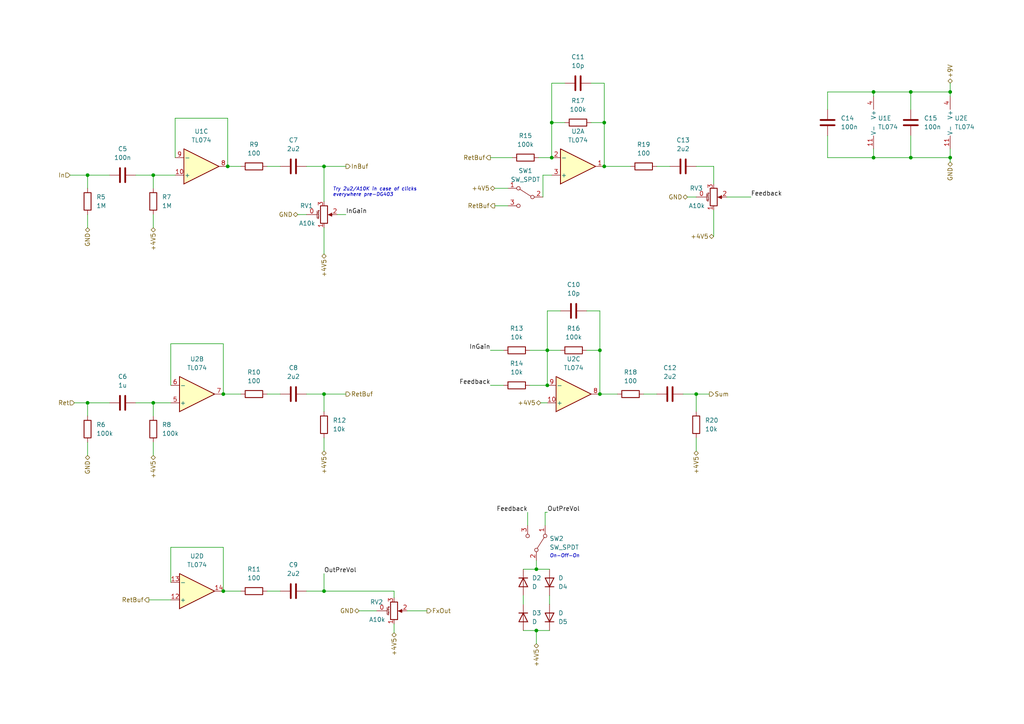
<source format=kicad_sch>
(kicad_sch (version 20211123) (generator eeschema)
  (paper "A4")
  (title_block (title "Read/Repeat") (date "2025-01-24") (rev "v1rev1") (company "Pedal Markt / Andrei Salomatin"))
  (lib_symbols
    (symbol "Amplifier_Operational:TL074" (pin_names (offset 0.127))
      (property "Reference" "U" (at 0 5.08 0))
      (property "Value" "TL074" (at 0 -5.08 0))
      (symbol "TL074_1_1"
        (polyline (pts (xy -5.08 5.08) (xy 5.08 0) (xy -5.08 -5.08) (xy -5.08 5.08)) (stroke (width 0.254)) (fill (type background)))
        (pin output line (at 7.62 0 180) (length 2.54) (name "~") (number "1"))
        (pin input line (at -7.62 -2.54 0) (length 2.54) (name "-") (number "2"))
        (pin input line (at -7.62 2.54 0) (length 2.54) (name "+") (number "3"))
      )
      (symbol "TL074_2_1"
        (polyline (pts (xy -5.08 5.08) (xy 5.08 0) (xy -5.08 -5.08) (xy -5.08 5.08)) (stroke (width 0.254)) (fill (type background)))
        (pin input line (at -7.62 2.54 0) (length 2.54) (name "+") (number "5"))
        (pin input line (at -7.62 -2.54 0) (length 2.54) (name "-") (number "6"))
        (pin output line (at 7.62 0 180) (length 2.54) (name "~") (number "7"))
      )
      (symbol "TL074_3_1"
        (polyline (pts (xy -5.08 5.08) (xy 5.08 0) (xy -5.08 -5.08) (xy -5.08 5.08)) (stroke (width 0.254)) (fill (type background)))
        (pin input line (at -7.62 2.54 0) (length 2.54) (name "+") (number "10"))
        (pin output line (at 7.62 0 180) (length 2.54) (name "~") (number "8"))
        (pin input line (at -7.62 -2.54 0) (length 2.54) (name "-") (number "9"))
      )
      (symbol "TL074_4_1"
        (polyline (pts (xy -5.08 5.08) (xy 5.08 0) (xy -5.08 -5.08) (xy -5.08 5.08)) (stroke (width 0.254)) (fill (type background)))
        (pin input line (at -7.62 2.54 0) (length 2.54) (name "+") (number "12"))
        (pin input line (at -7.62 -2.54 0) (length 2.54) (name "-") (number "13"))
        (pin output line (at 7.62 0 180) (length 2.54) (name "~") (number "14"))
      )
      (symbol "TL074_5_1"
        (pin power_in line (at -2.54 -7.62 90) (length 3.81) (name "V-") (number "11"))
        (pin power_in line (at -2.54 7.62 270) (length 3.81) (name "V+") (number "4"))
      )
    )
    (symbol "Device:C" (pin_numbers hide) (pin_names (offset 0.254))
      (property "Reference" "C" (at 0.635 2.54 0))
      (property "Value" "C" (at 0.635 -2.54 0))
      (symbol "C_0_1"
        (polyline (pts (xy -2.032 -0.762) (xy 2.032 -0.762)) (stroke (width 0.508)))
        (polyline (pts (xy -2.032 0.762) (xy 2.032 0.762)) (stroke (width 0.508)))
      )
      (symbol "C_1_1"
        (pin passive line (at 0 3.81 270) (length 2.794) (name "~") (number "1"))
        (pin passive line (at 0 -3.81 90) (length 2.794) (name "~") (number "2"))
      )
    )
    (symbol "Device:D" (pin_numbers hide) (pin_names (offset 1.016) hide)
      (property "Reference" "D" (at 0 2.54 0))
      (property "Value" "D" (at 0 -2.54 0))
      (symbol "D_0_1"
        (polyline (pts (xy -1.27 1.27) (xy -1.27 -1.27)) (stroke (width 0.254)))
        (polyline (pts (xy 1.27 0) (xy -1.27 0)))
        (polyline (pts (xy 1.27 1.27) (xy 1.27 -1.27) (xy -1.27 0) (xy 1.27 1.27)) (stroke (width 0.254)))
      )
      (symbol "D_1_1"
        (pin passive line (at -3.81 0 0) (length 2.54) (name "K") (number "1"))
        (pin passive line (at 3.81 0 180) (length 2.54) (name "A") (number "2"))
      )
    )
    (symbol "Device:R" (pin_numbers hide) (pin_names (offset 0))
      (property "Reference" "R" (at 2.032 0 90))
      (property "Value" "R" (at 0 0 90))
      (symbol "R_0_1"
        (rectangle (start -1.016 -2.54) (end 1.016 2.54) (stroke (width 0.254)))
      )
      (symbol "R_1_1"
        (pin passive line (at 0 3.81 270) (length 1.27) (name "~") (number "1"))
        (pin passive line (at 0 -3.81 90) (length 1.27) (name "~") (number "2"))
      )
    )
    (symbol "Pots:R_Potentiometer_Shield" (pin_names (offset 1.016) hide)
      (property "Reference" "RV" (at -8.255 0 90))
      (property "Value" "R_Potentiometer_Shield" (at -6.35 0 90))
      (symbol "R_Potentiometer_Shield_0_1"
        (polyline (pts (xy 2.54 0) (xy 1.524 0)))
        (polyline (pts (xy 1.143 0) (xy 2.286 0.508) (xy 2.286 -0.508)) (fill (type outline)))
        (rectangle (start 1.016 2.54) (end -1.016 -2.54) (stroke (width 0.254)))
      )
      (symbol "R_Potentiometer_Shield_1_1"
        (polyline (pts (xy -2.032 1.016) (xy -2.032 -1.016)) (stroke (width 0.1524)))
        (text "Mounting" (at -1.651 0 900) (effects (font (size 0.381 0.381))))
        (pin passive line (at -5.08 0 0) (length 3.048) (name "ShieldPin") (number "0"))
        (pin passive line (at 0 3.81 270) (length 1.27) (name "1") (number "1"))
        (pin passive line (at 3.81 0 180) (length 1.27) (name "2") (number "2"))
        (pin passive line (at 0 -3.81 90) (length 1.27) (name "3") (number "3"))
      )
    )
    (symbol "Switch:SW_SPDT" (pin_names (offset 0) hide)
      (property "Reference" "SW" (at 0 4.318 0))
      (property "Value" "SW_SPDT" (at 0 -5.08 0))
      (symbol "SW_SPDT_0_0"
        (circle (center -2.032 0) (radius 0.508))
        (circle (center 2.032 -2.54) (radius 0.508))
      )
      (symbol "SW_SPDT_0_1"
        (polyline (pts (xy -1.524 0.254) (xy 1.651 2.286)))
        (circle (center 2.032 2.54) (radius 0.508))
      )
      (symbol "SW_SPDT_1_1"
        (pin passive line (at 5.08 2.54 180) (length 2.54) (name "A") (number "1"))
        (pin passive line (at -5.08 0 0) (length 2.54) (name "B") (number "2"))
        (pin passive line (at 5.08 -2.54 180) (length 2.54) (name "C") (number "3"))
      )
    )
  )
  (junction (at 155.575 165.1))
  (junction (at 173.99 101.6))
  (junction (at 173.99 114.3))
  (junction (at 275.59 45.72))
  (junction (at 155.575 182.88))
  (junction (at 264.16 45.72))
  (junction (at 160.02 35.56))
  (junction (at 201.93 114.3))
  (junction (at 158.75 111.76))
  (junction (at 64.77 114.3))
  (junction (at 175.26 35.56))
  (junction (at 175.26 48.26))
  (junction (at 93.98 48.26))
  (junction (at 253.365 45.72))
  (junction (at 93.98 171.45))
  (junction (at 160.02 45.72))
  (junction (at 44.45 116.84))
  (junction (at 275.59 26.67))
  (junction (at 93.98 114.3))
  (junction (at 66.04 48.26))
  (junction (at 264.16 26.67))
  (junction (at 44.45 50.8))
  (junction (at 64.77 171.45))
  (junction (at 253.365 26.67))
  (junction (at 25.4 116.84))
  (junction (at 25.4 50.8))
  (junction (at 158.75 101.6))
  (wire (pts (xy 64.77 171.45) (xy 69.85 171.45)))
  (wire (pts (xy 44.45 50.8) (xy 44.45 54.61)))
  (wire (pts (xy 142.24 101.6) (xy 146.05 101.6)))
  (wire (pts (xy 210.82 57.15) (xy 217.805 57.15)))
  (wire (pts (xy 25.4 50.8) (xy 25.4 54.61)))
  (wire (pts (xy 50.8 45.72) (xy 50.8 34.29)))
  (wire (pts (xy 20.32 50.8) (xy 25.4 50.8)))
  (wire (pts (xy 275.59 26.67) (xy 275.59 27.94)))
  (wire (pts (xy 159.385 172.72) (xy 159.385 175.26)))
  (wire (pts (xy 264.16 26.67) (xy 264.16 31.75)))
  (wire (pts (xy 21.59 116.84) (xy 25.4 116.84)))
  (wire (pts (xy 157.48 57.15) (xy 157.48 50.8)))
  (wire (pts (xy 25.4 50.8) (xy 31.75 50.8)))
  (wire (pts (xy 88.9 114.3) (xy 93.98 114.3)))
  (wire (pts (xy 25.4 128.27) (xy 25.4 132.08)))
  (wire (pts (xy 39.37 116.84) (xy 44.45 116.84)))
  (wire (pts (xy 93.98 48.26) (xy 93.98 58.42)))
  (wire (pts (xy 64.77 158.75) (xy 64.77 171.45)))
  (wire (pts (xy 253.365 26.67) (xy 240.03 26.67)))
  (wire (pts (xy 264.16 39.37) (xy 264.16 45.72)))
  (wire (pts (xy 275.59 43.18) (xy 275.59 45.72)))
  (wire (pts (xy 199.39 57.15) (xy 201.93 57.15)))
  (wire (pts (xy 25.4 116.84) (xy 31.75 116.84)))
  (wire (pts (xy 93.98 66.04) (xy 93.98 73.66)))
  (wire (pts (xy 160.02 24.13) (xy 160.02 35.56)))
  (wire (pts (xy 142.24 111.76) (xy 146.05 111.76)))
  (wire (pts (xy 118.11 177.165) (xy 123.825 177.165)))
  (wire (pts (xy 156.845 116.84) (xy 158.75 116.84)))
  (wire (pts (xy 151.765 182.88) (xy 155.575 182.88)))
  (wire (pts (xy 44.45 128.27) (xy 44.45 132.08)))
  (wire (pts (xy 201.93 114.3) (xy 205.74 114.3)))
  (wire (pts (xy 190.5 48.26) (xy 194.31 48.26)))
  (wire (pts (xy 93.98 127) (xy 93.98 130.81)))
  (wire (pts (xy 153.67 101.6) (xy 158.75 101.6)))
  (wire (pts (xy 158.75 90.17) (xy 158.75 101.6)))
  (wire (pts (xy 93.98 114.3) (xy 100.33 114.3)))
  (wire (pts (xy 158.115 148.59) (xy 158.115 152.4)))
  (wire (pts (xy 158.75 111.76) (xy 158.75 101.6)))
  (wire (pts (xy 207.01 60.96) (xy 207.01 68.58)))
  (wire (pts (xy 173.99 114.3) (xy 179.07 114.3)))
  (wire (pts (xy 143.51 54.61) (xy 147.32 54.61)))
  (wire (pts (xy 207.01 48.26) (xy 207.01 53.34)))
  (wire (pts (xy 49.53 158.75) (xy 64.77 158.75)))
  (wire (pts (xy 44.45 62.23) (xy 44.45 66.04)))
  (wire (pts (xy 93.98 166.37) (xy 93.98 171.45)))
  (wire (pts (xy 49.53 99.695) (xy 64.77 99.695)))
  (wire (pts (xy 264.16 26.67) (xy 253.365 26.67)))
  (wire (pts (xy 88.9 171.45) (xy 93.98 171.45)))
  (wire (pts (xy 175.26 48.26) (xy 182.88 48.26)))
  (wire (pts (xy 198.12 114.3) (xy 201.93 114.3)))
  (wire (pts (xy 253.365 26.67) (xy 253.365 27.94)))
  (wire (pts (xy 170.18 90.17) (xy 173.99 90.17)))
  (wire (pts (xy 77.47 48.26) (xy 81.28 48.26)))
  (wire (pts (xy 104.14 177.165) (xy 109.22 177.165)))
  (wire (pts (xy 201.93 127) (xy 201.93 130.81)))
  (wire (pts (xy 86.36 62.23) (xy 88.9 62.23)))
  (wire (pts (xy 160.02 45.72) (xy 160.02 35.56)))
  (wire (pts (xy 160.02 35.56) (xy 163.83 35.56)))
  (wire (pts (xy 264.16 45.72) (xy 275.59 45.72)))
  (wire (pts (xy 114.3 180.975) (xy 114.3 183.515)))
  (wire (pts (xy 171.45 24.13) (xy 175.26 24.13)))
  (wire (pts (xy 158.75 148.59) (xy 158.115 148.59)))
  (wire (pts (xy 158.75 101.6) (xy 162.56 101.6)))
  (wire (pts (xy 175.26 24.13) (xy 175.26 35.56)))
  (wire (pts (xy 275.59 24.13) (xy 275.59 26.67)))
  (wire (pts (xy 173.99 101.6) (xy 173.99 114.3)))
  (wire (pts (xy 43.18 173.99) (xy 49.53 173.99)))
  (wire (pts (xy 163.83 24.13) (xy 160.02 24.13)))
  (wire (pts (xy 64.77 99.695) (xy 64.77 114.3)))
  (wire (pts (xy 50.8 34.29) (xy 66.04 34.29)))
  (wire (pts (xy 201.93 119.38) (xy 201.93 114.3)))
  (wire (pts (xy 155.575 162.56) (xy 155.575 165.1)))
  (wire (pts (xy 186.69 114.3) (xy 190.5 114.3)))
  (wire (pts (xy 253.365 43.18) (xy 253.365 45.72)))
  (wire (pts (xy 97.79 62.23) (xy 100.33 62.23)))
  (wire (pts (xy 157.48 50.8) (xy 160.02 50.8)))
  (wire (pts (xy 162.56 90.17) (xy 158.75 90.17)))
  (wire (pts (xy 64.77 114.3) (xy 69.85 114.3)))
  (wire (pts (xy 93.98 119.38) (xy 93.98 114.3)))
  (wire (pts (xy 25.4 62.23) (xy 25.4 66.04)))
  (wire (pts (xy 142.24 45.72) (xy 148.59 45.72)))
  (wire (pts (xy 143.51 59.69) (xy 147.32 59.69)))
  (wire (pts (xy 66.04 34.29) (xy 66.04 48.26)))
  (wire (pts (xy 155.575 182.88) (xy 159.385 182.88)))
  (wire (pts (xy 151.765 165.1) (xy 155.575 165.1)))
  (wire (pts (xy 240.03 39.37) (xy 240.03 45.72)))
  (wire (pts (xy 156.21 45.72) (xy 160.02 45.72)))
  (wire (pts (xy 275.59 26.67) (xy 264.16 26.67)))
  (wire (pts (xy 44.45 116.84) (xy 49.53 116.84)))
  (wire (pts (xy 39.37 50.8) (xy 44.45 50.8)))
  (wire (pts (xy 240.03 45.72) (xy 253.365 45.72)))
  (wire (pts (xy 93.98 171.45) (xy 114.3 171.45)))
  (wire (pts (xy 253.365 45.72) (xy 264.16 45.72)))
  (wire (pts (xy 77.47 114.3) (xy 81.28 114.3)))
  (wire (pts (xy 44.45 116.84) (xy 44.45 120.65)))
  (wire (pts (xy 240.03 26.67) (xy 240.03 31.75)))
  (wire (pts (xy 49.53 111.76) (xy 49.53 99.695)))
  (wire (pts (xy 151.765 172.72) (xy 151.765 175.26)))
  (wire (pts (xy 153.67 111.76) (xy 158.75 111.76)))
  (wire (pts (xy 175.26 35.56) (xy 175.26 48.26)))
  (wire (pts (xy 173.99 90.17) (xy 173.99 101.6)))
  (wire (pts (xy 25.4 116.84) (xy 25.4 120.65)))
  (wire (pts (xy 171.45 35.56) (xy 175.26 35.56)))
  (wire (pts (xy 77.47 171.45) (xy 81.28 171.45)))
  (wire (pts (xy 49.53 168.91) (xy 49.53 158.75)))
  (wire (pts (xy 88.9 48.26) (xy 93.98 48.26)))
  (wire (pts (xy 170.18 101.6) (xy 173.99 101.6)))
  (wire (pts (xy 275.59 45.72) (xy 275.59 46.99)))
  (wire (pts (xy 201.93 48.26) (xy 207.01 48.26)))
  (wire (pts (xy 66.04 48.26) (xy 69.85 48.26)))
  (wire (pts (xy 114.3 171.45) (xy 114.3 173.355)))
  (wire (pts (xy 153.035 148.59) (xy 153.035 152.4)))
  (wire (pts (xy 155.575 165.1) (xy 159.385 165.1)))
  (wire (pts (xy 44.45 50.8) (xy 50.8 50.8)))
  (wire (pts (xy 93.98 48.26) (xy 100.33 48.26)))
  (wire (pts (xy 155.575 182.88) (xy 155.575 186.69)))
  (text "On-Off-On" (at 159.385 161.925 0) (effects (font (size 1 1) italic) (justify left bottom)))
  (text "Try 2u2/A10K in case of clicks\neverywhere pre-DG403" (at 96.52 57.15 0) (effects (font (size 1 1) italic) (justify left bottom)))
  (label "Feedback" (at 153.035 148.59 180))
  (label "OutPreVol" (at 158.75 148.59 0))
  (label "Feedback" (at 217.805 57.15 0))
  (label "Feedback" (at 142.24 111.76 180))
  (label "OutPreVol" (at 93.98 166.37 0))
  (label "InGain" (at 142.24 101.6 180))
  (label "InGain" (at 100.33 62.23 0))
  (hierarchical_label "+4V5" (shape bidirectional) (at 201.93 130.81 270))
  (hierarchical_label "+4V5" (shape bidirectional) (at 93.98 130.81 270))
  (hierarchical_label "GND" (shape bidirectional) (at 104.14 177.165 180))
  (hierarchical_label "GND" (shape bidirectional) (at 275.59 46.99 270))
  (hierarchical_label "+4V5" (shape bidirectional) (at 44.45 66.04 270))
  (hierarchical_label "RetBuf" (shape output) (at 142.24 45.72 180))
  (hierarchical_label "Sum" (shape output) (at 205.74 114.3 0))
  (hierarchical_label "+4V5" (shape bidirectional) (at 44.45 132.08 270))
  (hierarchical_label "RetBuf" (shape output) (at 100.33 114.3 0))
  (hierarchical_label "GND" (shape bidirectional) (at 199.39 57.15 180))
  (hierarchical_label "+9V" (shape bidirectional) (at 275.59 24.13 90))
  (hierarchical_label "In" (shape input) (at 20.32 50.8 180))
  (hierarchical_label "RetBuf" (shape output) (at 143.51 59.69 180))
  (hierarchical_label "FxOut" (shape output) (at 123.825 177.165 0))
  (hierarchical_label "+4V5" (shape bidirectional) (at 114.3 183.515 270))
  (hierarchical_label "+4V5" (shape bidirectional) (at 143.51 54.61 180))
  (hierarchical_label "+4V5" (shape bidirectional) (at 156.845 116.84 180))
  (hierarchical_label "+4V5" (shape bidirectional) (at 155.575 186.69 270))
  (hierarchical_label "GND" (shape bidirectional) (at 25.4 132.08 270))
  (hierarchical_label "GND" (shape bidirectional) (at 25.4 66.04 270))
  (hierarchical_label "+4V5" (shape bidirectional) (at 93.98 73.66 270))
  (hierarchical_label "InBuf" (shape output) (at 100.33 48.26 0))
  (hierarchical_label "+4V5" (shape bidirectional) (at 207.01 68.58 180))
  (hierarchical_label "RetBuf" (shape output) (at 43.18 173.99 180))
  (hierarchical_label "GND" (shape bidirectional) (at 86.36 62.23 180))
  (hierarchical_label "Ret" (shape input) (at 21.59 116.84 180))
  (symbol (lib_id "Amplifier_Operational:TL074") (at 167.64 48.26 0) (mirror x) (unit 1)
    (property "Reference" "U2" (at 167.64 38.1 0))
    (property "Value" "TL074" (at 167.64 40.64 0))
    (property "Footprint" "Package_SO:SOIC-14_3.9x8.7mm_P1.27mm" (effects hide))
    (property "Datasheet" "http://www.ti.com/lit/ds/symlink/tl071.pdf" (effects hide))
  )
  (symbol (lib_id "Device:C") (at 35.56 116.84 90) (unit 1)
    (property "Reference" "C6" (at 35.56 109.22 90))
    (property "Value" "1u" (at 35.56 111.76 90))
    (property "Footprint" "Capacitor_THT:C_Rect_L7.0mm_W4.5mm_P5.00mm" (effects hide))
  )
  (symbol (lib_id "Device:C") (at 167.64 24.13 90) (unit 1)
    (property "Reference" "C11" (at 167.64 16.51 90))
    (property "Value" "10p" (at 167.64 19.05 90))
    (property "Footprint" "Capacitor_SMD:C_0603_1608Metric_Pad1.08x0.95mm_HandSolder" (effects hide))
  )
  (symbol (lib_id "Pots:R_Potentiometer_Shield") (at 207.01 57.15 0) (mirror x) (unit 1)
    (property "Reference" "RV3" (at 203.835 54.61 0) (effects (justify right)))
    (property "Value" "A10k" (at 204.47 59.69 0) (effects (justify right)))
    (property "Footprint" "Pots:V3_TRIM_R0904NB10KL-Keepout" (effects hide))
  )
  (symbol (lib_id "Device:R") (at 73.66 48.26 90) (unit 1)
    (property "Reference" "R9" (at 73.66 41.91 90))
    (property "Value" "100" (at 73.66 44.45 90))
    (property "Footprint" "Resistor_SMD:R_0603_1608Metric_Pad0.98x0.95mm_HandSolder" (effects hide))
  )
  (symbol (lib_id "Device:C") (at 35.56 50.8 90) (unit 1)
    (property "Reference" "C5" (at 35.56 43.18 90))
    (property "Value" "100n" (at 35.56 45.72 90))
    (property "Footprint" "Capacitor_SMD:C_0603_1608Metric_Pad1.08x0.95mm_HandSolder" (effects hide))
  )
  (symbol (lib_id "Device:R") (at 152.4 45.72 90) (unit 1)
    (property "Reference" "R15" (at 152.4 39.37 90))
    (property "Value" "100k" (at 152.4 41.91 90))
    (property "Footprint" "Resistor_SMD:R_0603_1608Metric_Pad0.98x0.95mm_HandSolder" (effects hide))
  )
  (symbol (lib_id "Device:C") (at 85.09 171.45 90) (unit 1)
    (property "Reference" "C9" (at 85.09 163.83 90))
    (property "Value" "2u2" (at 85.09 166.37 90))
    (property "Footprint" "Capacitor_THT:C_Rect_L7.2mm_W7.2mm_P5.00mm_FKS2_FKP2_MKS2_MKP2" (effects hide))
  )
  (symbol (lib_id "Device:D") (at 151.765 179.07 270) (unit 1)
    (property "Reference" "D3" (at 154.305 177.7999 90) (effects (justify left)))
    (property "Value" "D" (at 154.305 180.3399 90) (effects (justify left)))
    (property "Footprint" "Diode_THT:D_A-405_P7.62mm_Horizontal" (effects hide))
  )
  (symbol (lib_id "Device:C") (at 85.09 114.3 90) (unit 1)
    (property "Reference" "C8" (at 85.09 106.68 90))
    (property "Value" "2u2" (at 85.09 109.22 90))
    (property "Footprint" "Capacitor_THT:C_Rect_L7.2mm_W7.2mm_P5.00mm_FKS2_FKP2_MKS2_MKP2" (effects hide))
  )
  (symbol (lib_id "Device:R") (at 186.69 48.26 90) (unit 1)
    (property "Reference" "R19" (at 186.69 41.91 90))
    (property "Value" "100" (at 186.69 44.45 90))
    (property "Footprint" "Resistor_SMD:R_0603_1608Metric_Pad0.98x0.95mm_HandSolder" (effects hide))
  )
  (symbol (lib_id "Device:R") (at 93.98 123.19 180) (unit 1)
    (property "Reference" "R12" (at 96.52 121.9199 0) (effects (justify right)))
    (property "Value" "10k" (at 96.52 124.4599 0) (effects (justify right)))
    (property "Footprint" "Resistor_SMD:R_0603_1608Metric_Pad0.98x0.95mm_HandSolder" (effects hide))
  )
  (symbol (lib_id "Device:R") (at 44.45 124.46 0) (unit 1)
    (property "Reference" "R8" (at 46.99 123.1899 0) (effects (justify left)))
    (property "Value" "100k" (at 46.99 125.7299 0) (effects (justify left)))
    (property "Footprint" "Resistor_SMD:R_0603_1608Metric_Pad0.98x0.95mm_HandSolder" (effects hide))
  )
  (symbol (lib_id "Switch:SW_SPDT") (at 155.575 157.48 270) (mirror x) (unit 1)
    (property "Reference" "SW2" (at 159.385 156.2099 90) (effects (justify left)))
    (property "Value" "SW_SPDT" (at 159.385 158.7499 90) (effects (justify left)))
    (property "Footprint" "MBP switches:SPDT.LUGS.PM" (effects hide))
  )
  (symbol (lib_id "Amplifier_Operational:TL074") (at 278.13 35.56 0) (unit 5)
    (property "Reference" "U2" (at 276.86 34.2899 0) (effects (justify left)))
    (property "Value" "TL074" (at 276.86 36.8299 0) (effects (justify left)))
    (property "Footprint" "Package_SO:SOIC-14_3.9x8.7mm_P1.27mm" (effects hide))
    (property "Datasheet" "http://www.ti.com/lit/ds/symlink/tl071.pdf" (effects hide))
  )
  (symbol (lib_id "Device:C") (at 240.03 35.56 180) (unit 1)
    (property "Reference" "C14" (at 243.84 34.2899 0) (effects (justify right)))
    (property "Value" "100n" (at 243.84 36.8299 0) (effects (justify right)))
    (property "Footprint" "Capacitor_SMD:C_0603_1608Metric_Pad1.08x0.95mm_HandSolder" (effects hide))
  )
  (symbol (lib_id "Device:C") (at 194.31 114.3 90) (unit 1)
    (property "Reference" "C12" (at 194.31 106.68 90))
    (property "Value" "2u2" (at 194.31 109.22 90))
    (property "Footprint" "Capacitor_THT:C_Rect_L7.2mm_W7.2mm_P5.00mm_FKS2_FKP2_MKS2_MKP2" (effects hide))
  )
  (symbol (lib_id "Device:C") (at 85.09 48.26 90) (unit 1)
    (property "Reference" "C7" (at 85.09 40.64 90))
    (property "Value" "2u2" (at 85.09 43.18 90))
    (property "Footprint" "Capacitor_THT:C_Rect_L7.2mm_W7.2mm_P5.00mm_FKS2_FKP2_MKS2_MKP2" (effects hide))
  )
  (symbol (lib_id "Device:R") (at 25.4 58.42 0) (unit 1)
    (property "Reference" "R5" (at 27.94 57.1499 0) (effects (justify left)))
    (property "Value" "1M" (at 27.94 59.6899 0) (effects (justify left)))
    (property "Footprint" "Resistor_SMD:R_0603_1608Metric_Pad0.98x0.95mm_HandSolder" (effects hide))
  )
  (symbol (lib_id "Device:R") (at 25.4 124.46 0) (unit 1)
    (property "Reference" "R6" (at 27.94 123.1899 0) (effects (justify left)))
    (property "Value" "100k" (at 27.94 125.7299 0) (effects (justify left)))
    (property "Footprint" "Resistor_SMD:R_0603_1608Metric_Pad0.98x0.95mm_HandSolder" (effects hide))
  )
  (symbol (lib_id "Amplifier_Operational:TL074") (at 255.905 35.56 0) (unit 5)
    (property "Reference" "U1" (at 254.635 34.2899 0) (effects (justify left)))
    (property "Value" "TL074" (at 254.635 36.8299 0) (effects (justify left)))
    (property "Footprint" "Package_SO:SOIC-14_3.9x8.7mm_P1.27mm" (effects hide))
    (property "Datasheet" "http://www.ti.com/lit/ds/symlink/tl071.pdf" (effects hide))
  )
  (symbol (lib_id "Device:R") (at 73.66 114.3 90) (unit 1)
    (property "Reference" "R10" (at 73.66 107.95 90))
    (property "Value" "100" (at 73.66 110.49 90))
    (property "Footprint" "Resistor_SMD:R_0603_1608Metric_Pad0.98x0.95mm_HandSolder" (effects hide))
  )
  (symbol (lib_id "Pots:R_Potentiometer_Shield") (at 93.98 62.23 0) (mirror x) (unit 1)
    (property "Reference" "RV1" (at 90.805 59.69 0) (effects (justify right)))
    (property "Value" "A10k" (at 91.44 64.77 0) (effects (justify right)))
    (property "Footprint" "Pots:V3_TRIM_R0904NB10KL-Keepout" (effects hide))
  )
  (symbol (lib_id "Device:R") (at 182.88 114.3 90) (unit 1)
    (property "Reference" "R18" (at 182.88 107.95 90))
    (property "Value" "100" (at 182.88 110.49 90))
    (property "Footprint" "Resistor_SMD:R_0603_1608Metric_Pad0.98x0.95mm_HandSolder" (effects hide))
  )
  (symbol (lib_id "Device:D") (at 159.385 168.91 270) (mirror x) (unit 1)
    (property "Reference" "D4" (at 161.925 170.1801 90) (effects (justify left)))
    (property "Value" "D" (at 161.925 167.6401 90) (effects (justify left)))
    (property "Footprint" "Diode_THT:D_A-405_P7.62mm_Horizontal" (effects hide))
  )
  (symbol (lib_id "Pots:R_Potentiometer_Shield") (at 114.3 177.165 0) (mirror x) (unit 1)
    (property "Reference" "RV2" (at 111.125 174.625 0) (effects (justify right)))
    (property "Value" "A10k" (at 111.76 179.705 0) (effects (justify right)))
    (property "Footprint" "Pots:V3_TRIM_R0904NB10KL-Keepout" (effects hide))
  )
  (symbol (lib_id "Device:C") (at 264.16 35.56 180) (unit 1)
    (property "Reference" "C15" (at 267.97 34.2899 0) (effects (justify right)))
    (property "Value" "100n" (at 267.97 36.8299 0) (effects (justify right)))
    (property "Footprint" "Capacitor_SMD:C_0603_1608Metric_Pad1.08x0.95mm_HandSolder" (effects hide))
  )
  (symbol (lib_id "Amplifier_Operational:TL074") (at 57.15 171.45 0) (mirror x) (unit 4)
    (property "Reference" "U2" (at 57.15 161.29 0))
    (property "Value" "TL074" (at 57.15 163.83 0))
    (property "Footprint" "Package_SO:SOIC-14_3.9x8.7mm_P1.27mm" (effects hide))
    (property "Datasheet" "http://www.ti.com/lit/ds/symlink/tl071.pdf" (effects hide))
  )
  (symbol (lib_id "Switch:SW_SPDT") (at 152.4 57.15 0) (mirror y) (unit 1)
    (property "Reference" "SW1" (at 152.4 49.53 0))
    (property "Value" "SW_SPDT" (at 152.4 52.07 0))
    (property "Footprint" "MBP switches:SPDT.LUGS.PM" (effects hide))
  )
  (symbol (lib_id "Device:R") (at 73.66 171.45 90) (unit 1)
    (property "Reference" "R11" (at 73.66 165.1 90))
    (property "Value" "100" (at 73.66 167.64 90))
    (property "Footprint" "Resistor_SMD:R_0603_1608Metric_Pad0.98x0.95mm_HandSolder" (effects hide))
  )
  (symbol (lib_id "Device:R") (at 149.86 111.76 90) (unit 1)
    (property "Reference" "R14" (at 149.86 105.41 90))
    (property "Value" "10k" (at 149.86 107.95 90))
    (property "Footprint" "Resistor_SMD:R_0603_1608Metric_Pad0.98x0.95mm_HandSolder" (effects hide))
  )
  (symbol (lib_id "Device:R") (at 149.86 101.6 90) (unit 1)
    (property "Reference" "R13" (at 149.86 95.25 90))
    (property "Value" "10k" (at 149.86 97.79 90))
    (property "Footprint" "Resistor_SMD:R_0603_1608Metric_Pad0.98x0.95mm_HandSolder" (effects hide))
  )
  (symbol (lib_id "Device:C") (at 166.37 90.17 90) (unit 1)
    (property "Reference" "C10" (at 166.37 82.55 90))
    (property "Value" "10p" (at 166.37 85.09 90))
    (property "Footprint" "Capacitor_SMD:C_0603_1608Metric_Pad1.08x0.95mm_HandSolder" (effects hide))
  )
  (symbol (lib_id "Amplifier_Operational:TL074") (at 57.15 114.3 0) (mirror x) (unit 2)
    (property "Reference" "U2" (at 57.15 104.14 0))
    (property "Value" "TL074" (at 57.15 106.68 0))
    (property "Footprint" "Package_SO:SOIC-14_3.9x8.7mm_P1.27mm" (effects hide))
    (property "Datasheet" "http://www.ti.com/lit/ds/symlink/tl071.pdf" (effects hide))
  )
  (symbol (lib_id "Device:R") (at 201.93 123.19 180) (unit 1)
    (property "Reference" "R20" (at 204.47 121.9199 0) (effects (justify right)))
    (property "Value" "10k" (at 204.47 124.4599 0) (effects (justify right)))
    (property "Footprint" "Resistor_SMD:R_0603_1608Metric_Pad0.98x0.95mm_HandSolder" (effects hide))
  )
  (symbol (lib_id "Device:R") (at 44.45 58.42 0) (unit 1)
    (property "Reference" "R7" (at 46.99 57.1499 0) (effects (justify left)))
    (property "Value" "1M" (at 46.99 59.6899 0) (effects (justify left)))
    (property "Footprint" "Resistor_SMD:R_0603_1608Metric_Pad0.98x0.95mm_HandSolder" (effects hide))
  )
  (symbol (lib_id "Amplifier_Operational:TL074") (at 58.42 48.26 0) (mirror x) (unit 3)
    (property "Reference" "U1" (at 58.42 38.1 0))
    (property "Value" "TL074" (at 58.42 40.64 0))
    (property "Footprint" "Package_SO:SOIC-14_3.9x8.7mm_P1.27mm" (effects hide))
    (property "Datasheet" "http://www.ti.com/lit/ds/symlink/tl071.pdf" (effects hide))
  )
  (symbol (lib_id "Device:R") (at 166.37 101.6 90) (unit 1)
    (property "Reference" "R16" (at 166.37 95.25 90))
    (property "Value" "100k" (at 166.37 97.79 90))
    (property "Footprint" "Resistor_SMD:R_0603_1608Metric_Pad0.98x0.95mm_HandSolder" (effects hide))
  )
  (symbol (lib_id "Amplifier_Operational:TL074") (at 166.37 114.3 0) (mirror x) (unit 3)
    (property "Reference" "U2" (at 166.37 104.14 0))
    (property "Value" "TL074" (at 166.37 106.68 0))
    (property "Footprint" "Package_SO:SOIC-14_3.9x8.7mm_P1.27mm" (effects hide))
    (property "Datasheet" "http://www.ti.com/lit/ds/symlink/tl071.pdf" (effects hide))
  )
  (symbol (lib_id "Device:R") (at 167.64 35.56 90) (unit 1)
    (property "Reference" "R17" (at 167.64 29.21 90))
    (property "Value" "100k" (at 167.64 31.75 90))
    (property "Footprint" "Resistor_SMD:R_0603_1608Metric_Pad0.98x0.95mm_HandSolder" (effects hide))
  )
  (symbol (lib_id "Device:D") (at 159.385 179.07 270) (mirror x) (unit 1)
    (property "Reference" "D5" (at 161.925 180.3401 90) (effects (justify left)))
    (property "Value" "D" (at 161.925 177.8001 90) (effects (justify left)))
    (property "Footprint" "Diode_THT:D_A-405_P7.62mm_Horizontal" (effects hide))
  )
  (symbol (lib_id "Device:D") (at 151.765 168.91 270) (unit 1)
    (property "Reference" "D2" (at 154.305 167.6399 90) (effects (justify left)))
    (property "Value" "D" (at 154.305 170.1799 90) (effects (justify left)))
    (property "Footprint" "Diode_THT:D_A-405_P7.62mm_Horizontal" (effects hide))
  )
  (symbol (lib_id "Device:C") (at 198.12 48.26 90) (unit 1)
    (property "Reference" "C13" (at 198.12 40.64 90))
    (property "Value" "2u2" (at 198.12 43.18 90))
    (property "Footprint" "Capacitor_THT:C_Rect_L7.2mm_W7.2mm_P5.00mm_FKS2_FKP2_MKS2_MKP2" (effects hide))
  )
)
</source>
